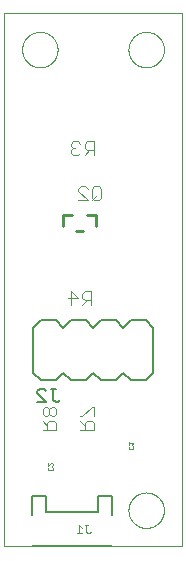
<source format=gbo>
G75*
%MOIN*%
%OFA0B0*%
%FSLAX25Y25*%
%IPPOS*%
%LPD*%
%AMOC8*
5,1,8,0,0,1.08239X$1,22.5*
%
%ADD10C,0.00000*%
%ADD11C,0.00100*%
%ADD12C,0.00800*%
%ADD13C,0.00200*%
%ADD14C,0.00600*%
%ADD15C,0.00500*%
%ADD16C,0.01000*%
%ADD17C,0.00400*%
D10*
X0001800Y0010051D02*
X0001800Y0187591D01*
X0060855Y0187591D01*
X0060855Y0010051D01*
X0001800Y0010051D01*
X0043138Y0021862D02*
X0043140Y0022015D01*
X0043146Y0022169D01*
X0043156Y0022322D01*
X0043170Y0022474D01*
X0043188Y0022627D01*
X0043210Y0022778D01*
X0043235Y0022929D01*
X0043265Y0023080D01*
X0043299Y0023230D01*
X0043336Y0023378D01*
X0043377Y0023526D01*
X0043422Y0023672D01*
X0043471Y0023818D01*
X0043524Y0023962D01*
X0043580Y0024104D01*
X0043640Y0024245D01*
X0043704Y0024385D01*
X0043771Y0024523D01*
X0043842Y0024659D01*
X0043917Y0024793D01*
X0043994Y0024925D01*
X0044076Y0025055D01*
X0044160Y0025183D01*
X0044248Y0025309D01*
X0044339Y0025432D01*
X0044433Y0025553D01*
X0044531Y0025671D01*
X0044631Y0025787D01*
X0044735Y0025900D01*
X0044841Y0026011D01*
X0044950Y0026119D01*
X0045062Y0026224D01*
X0045176Y0026325D01*
X0045294Y0026424D01*
X0045413Y0026520D01*
X0045535Y0026613D01*
X0045660Y0026702D01*
X0045787Y0026789D01*
X0045916Y0026871D01*
X0046047Y0026951D01*
X0046180Y0027027D01*
X0046315Y0027100D01*
X0046452Y0027169D01*
X0046591Y0027234D01*
X0046731Y0027296D01*
X0046873Y0027354D01*
X0047016Y0027409D01*
X0047161Y0027460D01*
X0047307Y0027507D01*
X0047454Y0027550D01*
X0047602Y0027589D01*
X0047751Y0027625D01*
X0047901Y0027656D01*
X0048052Y0027684D01*
X0048203Y0027708D01*
X0048356Y0027728D01*
X0048508Y0027744D01*
X0048661Y0027756D01*
X0048814Y0027764D01*
X0048967Y0027768D01*
X0049121Y0027768D01*
X0049274Y0027764D01*
X0049427Y0027756D01*
X0049580Y0027744D01*
X0049732Y0027728D01*
X0049885Y0027708D01*
X0050036Y0027684D01*
X0050187Y0027656D01*
X0050337Y0027625D01*
X0050486Y0027589D01*
X0050634Y0027550D01*
X0050781Y0027507D01*
X0050927Y0027460D01*
X0051072Y0027409D01*
X0051215Y0027354D01*
X0051357Y0027296D01*
X0051497Y0027234D01*
X0051636Y0027169D01*
X0051773Y0027100D01*
X0051908Y0027027D01*
X0052041Y0026951D01*
X0052172Y0026871D01*
X0052301Y0026789D01*
X0052428Y0026702D01*
X0052553Y0026613D01*
X0052675Y0026520D01*
X0052794Y0026424D01*
X0052912Y0026325D01*
X0053026Y0026224D01*
X0053138Y0026119D01*
X0053247Y0026011D01*
X0053353Y0025900D01*
X0053457Y0025787D01*
X0053557Y0025671D01*
X0053655Y0025553D01*
X0053749Y0025432D01*
X0053840Y0025309D01*
X0053928Y0025183D01*
X0054012Y0025055D01*
X0054094Y0024925D01*
X0054171Y0024793D01*
X0054246Y0024659D01*
X0054317Y0024523D01*
X0054384Y0024385D01*
X0054448Y0024245D01*
X0054508Y0024104D01*
X0054564Y0023962D01*
X0054617Y0023818D01*
X0054666Y0023672D01*
X0054711Y0023526D01*
X0054752Y0023378D01*
X0054789Y0023230D01*
X0054823Y0023080D01*
X0054853Y0022929D01*
X0054878Y0022778D01*
X0054900Y0022627D01*
X0054918Y0022474D01*
X0054932Y0022322D01*
X0054942Y0022169D01*
X0054948Y0022015D01*
X0054950Y0021862D01*
X0054948Y0021709D01*
X0054942Y0021555D01*
X0054932Y0021402D01*
X0054918Y0021250D01*
X0054900Y0021097D01*
X0054878Y0020946D01*
X0054853Y0020795D01*
X0054823Y0020644D01*
X0054789Y0020494D01*
X0054752Y0020346D01*
X0054711Y0020198D01*
X0054666Y0020052D01*
X0054617Y0019906D01*
X0054564Y0019762D01*
X0054508Y0019620D01*
X0054448Y0019479D01*
X0054384Y0019339D01*
X0054317Y0019201D01*
X0054246Y0019065D01*
X0054171Y0018931D01*
X0054094Y0018799D01*
X0054012Y0018669D01*
X0053928Y0018541D01*
X0053840Y0018415D01*
X0053749Y0018292D01*
X0053655Y0018171D01*
X0053557Y0018053D01*
X0053457Y0017937D01*
X0053353Y0017824D01*
X0053247Y0017713D01*
X0053138Y0017605D01*
X0053026Y0017500D01*
X0052912Y0017399D01*
X0052794Y0017300D01*
X0052675Y0017204D01*
X0052553Y0017111D01*
X0052428Y0017022D01*
X0052301Y0016935D01*
X0052172Y0016853D01*
X0052041Y0016773D01*
X0051908Y0016697D01*
X0051773Y0016624D01*
X0051636Y0016555D01*
X0051497Y0016490D01*
X0051357Y0016428D01*
X0051215Y0016370D01*
X0051072Y0016315D01*
X0050927Y0016264D01*
X0050781Y0016217D01*
X0050634Y0016174D01*
X0050486Y0016135D01*
X0050337Y0016099D01*
X0050187Y0016068D01*
X0050036Y0016040D01*
X0049885Y0016016D01*
X0049732Y0015996D01*
X0049580Y0015980D01*
X0049427Y0015968D01*
X0049274Y0015960D01*
X0049121Y0015956D01*
X0048967Y0015956D01*
X0048814Y0015960D01*
X0048661Y0015968D01*
X0048508Y0015980D01*
X0048356Y0015996D01*
X0048203Y0016016D01*
X0048052Y0016040D01*
X0047901Y0016068D01*
X0047751Y0016099D01*
X0047602Y0016135D01*
X0047454Y0016174D01*
X0047307Y0016217D01*
X0047161Y0016264D01*
X0047016Y0016315D01*
X0046873Y0016370D01*
X0046731Y0016428D01*
X0046591Y0016490D01*
X0046452Y0016555D01*
X0046315Y0016624D01*
X0046180Y0016697D01*
X0046047Y0016773D01*
X0045916Y0016853D01*
X0045787Y0016935D01*
X0045660Y0017022D01*
X0045535Y0017111D01*
X0045413Y0017204D01*
X0045294Y0017300D01*
X0045176Y0017399D01*
X0045062Y0017500D01*
X0044950Y0017605D01*
X0044841Y0017713D01*
X0044735Y0017824D01*
X0044631Y0017937D01*
X0044531Y0018053D01*
X0044433Y0018171D01*
X0044339Y0018292D01*
X0044248Y0018415D01*
X0044160Y0018541D01*
X0044076Y0018669D01*
X0043994Y0018799D01*
X0043917Y0018931D01*
X0043842Y0019065D01*
X0043771Y0019201D01*
X0043704Y0019339D01*
X0043640Y0019479D01*
X0043580Y0019620D01*
X0043524Y0019762D01*
X0043471Y0019906D01*
X0043422Y0020052D01*
X0043377Y0020198D01*
X0043336Y0020346D01*
X0043299Y0020494D01*
X0043265Y0020644D01*
X0043235Y0020795D01*
X0043210Y0020946D01*
X0043188Y0021097D01*
X0043170Y0021250D01*
X0043156Y0021402D01*
X0043146Y0021555D01*
X0043140Y0021709D01*
X0043138Y0021862D01*
X0043138Y0175406D02*
X0043140Y0175559D01*
X0043146Y0175713D01*
X0043156Y0175866D01*
X0043170Y0176018D01*
X0043188Y0176171D01*
X0043210Y0176322D01*
X0043235Y0176473D01*
X0043265Y0176624D01*
X0043299Y0176774D01*
X0043336Y0176922D01*
X0043377Y0177070D01*
X0043422Y0177216D01*
X0043471Y0177362D01*
X0043524Y0177506D01*
X0043580Y0177648D01*
X0043640Y0177789D01*
X0043704Y0177929D01*
X0043771Y0178067D01*
X0043842Y0178203D01*
X0043917Y0178337D01*
X0043994Y0178469D01*
X0044076Y0178599D01*
X0044160Y0178727D01*
X0044248Y0178853D01*
X0044339Y0178976D01*
X0044433Y0179097D01*
X0044531Y0179215D01*
X0044631Y0179331D01*
X0044735Y0179444D01*
X0044841Y0179555D01*
X0044950Y0179663D01*
X0045062Y0179768D01*
X0045176Y0179869D01*
X0045294Y0179968D01*
X0045413Y0180064D01*
X0045535Y0180157D01*
X0045660Y0180246D01*
X0045787Y0180333D01*
X0045916Y0180415D01*
X0046047Y0180495D01*
X0046180Y0180571D01*
X0046315Y0180644D01*
X0046452Y0180713D01*
X0046591Y0180778D01*
X0046731Y0180840D01*
X0046873Y0180898D01*
X0047016Y0180953D01*
X0047161Y0181004D01*
X0047307Y0181051D01*
X0047454Y0181094D01*
X0047602Y0181133D01*
X0047751Y0181169D01*
X0047901Y0181200D01*
X0048052Y0181228D01*
X0048203Y0181252D01*
X0048356Y0181272D01*
X0048508Y0181288D01*
X0048661Y0181300D01*
X0048814Y0181308D01*
X0048967Y0181312D01*
X0049121Y0181312D01*
X0049274Y0181308D01*
X0049427Y0181300D01*
X0049580Y0181288D01*
X0049732Y0181272D01*
X0049885Y0181252D01*
X0050036Y0181228D01*
X0050187Y0181200D01*
X0050337Y0181169D01*
X0050486Y0181133D01*
X0050634Y0181094D01*
X0050781Y0181051D01*
X0050927Y0181004D01*
X0051072Y0180953D01*
X0051215Y0180898D01*
X0051357Y0180840D01*
X0051497Y0180778D01*
X0051636Y0180713D01*
X0051773Y0180644D01*
X0051908Y0180571D01*
X0052041Y0180495D01*
X0052172Y0180415D01*
X0052301Y0180333D01*
X0052428Y0180246D01*
X0052553Y0180157D01*
X0052675Y0180064D01*
X0052794Y0179968D01*
X0052912Y0179869D01*
X0053026Y0179768D01*
X0053138Y0179663D01*
X0053247Y0179555D01*
X0053353Y0179444D01*
X0053457Y0179331D01*
X0053557Y0179215D01*
X0053655Y0179097D01*
X0053749Y0178976D01*
X0053840Y0178853D01*
X0053928Y0178727D01*
X0054012Y0178599D01*
X0054094Y0178469D01*
X0054171Y0178337D01*
X0054246Y0178203D01*
X0054317Y0178067D01*
X0054384Y0177929D01*
X0054448Y0177789D01*
X0054508Y0177648D01*
X0054564Y0177506D01*
X0054617Y0177362D01*
X0054666Y0177216D01*
X0054711Y0177070D01*
X0054752Y0176922D01*
X0054789Y0176774D01*
X0054823Y0176624D01*
X0054853Y0176473D01*
X0054878Y0176322D01*
X0054900Y0176171D01*
X0054918Y0176018D01*
X0054932Y0175866D01*
X0054942Y0175713D01*
X0054948Y0175559D01*
X0054950Y0175406D01*
X0054948Y0175253D01*
X0054942Y0175099D01*
X0054932Y0174946D01*
X0054918Y0174794D01*
X0054900Y0174641D01*
X0054878Y0174490D01*
X0054853Y0174339D01*
X0054823Y0174188D01*
X0054789Y0174038D01*
X0054752Y0173890D01*
X0054711Y0173742D01*
X0054666Y0173596D01*
X0054617Y0173450D01*
X0054564Y0173306D01*
X0054508Y0173164D01*
X0054448Y0173023D01*
X0054384Y0172883D01*
X0054317Y0172745D01*
X0054246Y0172609D01*
X0054171Y0172475D01*
X0054094Y0172343D01*
X0054012Y0172213D01*
X0053928Y0172085D01*
X0053840Y0171959D01*
X0053749Y0171836D01*
X0053655Y0171715D01*
X0053557Y0171597D01*
X0053457Y0171481D01*
X0053353Y0171368D01*
X0053247Y0171257D01*
X0053138Y0171149D01*
X0053026Y0171044D01*
X0052912Y0170943D01*
X0052794Y0170844D01*
X0052675Y0170748D01*
X0052553Y0170655D01*
X0052428Y0170566D01*
X0052301Y0170479D01*
X0052172Y0170397D01*
X0052041Y0170317D01*
X0051908Y0170241D01*
X0051773Y0170168D01*
X0051636Y0170099D01*
X0051497Y0170034D01*
X0051357Y0169972D01*
X0051215Y0169914D01*
X0051072Y0169859D01*
X0050927Y0169808D01*
X0050781Y0169761D01*
X0050634Y0169718D01*
X0050486Y0169679D01*
X0050337Y0169643D01*
X0050187Y0169612D01*
X0050036Y0169584D01*
X0049885Y0169560D01*
X0049732Y0169540D01*
X0049580Y0169524D01*
X0049427Y0169512D01*
X0049274Y0169504D01*
X0049121Y0169500D01*
X0048967Y0169500D01*
X0048814Y0169504D01*
X0048661Y0169512D01*
X0048508Y0169524D01*
X0048356Y0169540D01*
X0048203Y0169560D01*
X0048052Y0169584D01*
X0047901Y0169612D01*
X0047751Y0169643D01*
X0047602Y0169679D01*
X0047454Y0169718D01*
X0047307Y0169761D01*
X0047161Y0169808D01*
X0047016Y0169859D01*
X0046873Y0169914D01*
X0046731Y0169972D01*
X0046591Y0170034D01*
X0046452Y0170099D01*
X0046315Y0170168D01*
X0046180Y0170241D01*
X0046047Y0170317D01*
X0045916Y0170397D01*
X0045787Y0170479D01*
X0045660Y0170566D01*
X0045535Y0170655D01*
X0045413Y0170748D01*
X0045294Y0170844D01*
X0045176Y0170943D01*
X0045062Y0171044D01*
X0044950Y0171149D01*
X0044841Y0171257D01*
X0044735Y0171368D01*
X0044631Y0171481D01*
X0044531Y0171597D01*
X0044433Y0171715D01*
X0044339Y0171836D01*
X0044248Y0171959D01*
X0044160Y0172085D01*
X0044076Y0172213D01*
X0043994Y0172343D01*
X0043917Y0172475D01*
X0043842Y0172609D01*
X0043771Y0172745D01*
X0043704Y0172883D01*
X0043640Y0173023D01*
X0043580Y0173164D01*
X0043524Y0173306D01*
X0043471Y0173450D01*
X0043422Y0173596D01*
X0043377Y0173742D01*
X0043336Y0173890D01*
X0043299Y0174038D01*
X0043265Y0174188D01*
X0043235Y0174339D01*
X0043210Y0174490D01*
X0043188Y0174641D01*
X0043170Y0174794D01*
X0043156Y0174946D01*
X0043146Y0175099D01*
X0043140Y0175253D01*
X0043138Y0175406D01*
X0007705Y0175406D02*
X0007707Y0175559D01*
X0007713Y0175713D01*
X0007723Y0175866D01*
X0007737Y0176018D01*
X0007755Y0176171D01*
X0007777Y0176322D01*
X0007802Y0176473D01*
X0007832Y0176624D01*
X0007866Y0176774D01*
X0007903Y0176922D01*
X0007944Y0177070D01*
X0007989Y0177216D01*
X0008038Y0177362D01*
X0008091Y0177506D01*
X0008147Y0177648D01*
X0008207Y0177789D01*
X0008271Y0177929D01*
X0008338Y0178067D01*
X0008409Y0178203D01*
X0008484Y0178337D01*
X0008561Y0178469D01*
X0008643Y0178599D01*
X0008727Y0178727D01*
X0008815Y0178853D01*
X0008906Y0178976D01*
X0009000Y0179097D01*
X0009098Y0179215D01*
X0009198Y0179331D01*
X0009302Y0179444D01*
X0009408Y0179555D01*
X0009517Y0179663D01*
X0009629Y0179768D01*
X0009743Y0179869D01*
X0009861Y0179968D01*
X0009980Y0180064D01*
X0010102Y0180157D01*
X0010227Y0180246D01*
X0010354Y0180333D01*
X0010483Y0180415D01*
X0010614Y0180495D01*
X0010747Y0180571D01*
X0010882Y0180644D01*
X0011019Y0180713D01*
X0011158Y0180778D01*
X0011298Y0180840D01*
X0011440Y0180898D01*
X0011583Y0180953D01*
X0011728Y0181004D01*
X0011874Y0181051D01*
X0012021Y0181094D01*
X0012169Y0181133D01*
X0012318Y0181169D01*
X0012468Y0181200D01*
X0012619Y0181228D01*
X0012770Y0181252D01*
X0012923Y0181272D01*
X0013075Y0181288D01*
X0013228Y0181300D01*
X0013381Y0181308D01*
X0013534Y0181312D01*
X0013688Y0181312D01*
X0013841Y0181308D01*
X0013994Y0181300D01*
X0014147Y0181288D01*
X0014299Y0181272D01*
X0014452Y0181252D01*
X0014603Y0181228D01*
X0014754Y0181200D01*
X0014904Y0181169D01*
X0015053Y0181133D01*
X0015201Y0181094D01*
X0015348Y0181051D01*
X0015494Y0181004D01*
X0015639Y0180953D01*
X0015782Y0180898D01*
X0015924Y0180840D01*
X0016064Y0180778D01*
X0016203Y0180713D01*
X0016340Y0180644D01*
X0016475Y0180571D01*
X0016608Y0180495D01*
X0016739Y0180415D01*
X0016868Y0180333D01*
X0016995Y0180246D01*
X0017120Y0180157D01*
X0017242Y0180064D01*
X0017361Y0179968D01*
X0017479Y0179869D01*
X0017593Y0179768D01*
X0017705Y0179663D01*
X0017814Y0179555D01*
X0017920Y0179444D01*
X0018024Y0179331D01*
X0018124Y0179215D01*
X0018222Y0179097D01*
X0018316Y0178976D01*
X0018407Y0178853D01*
X0018495Y0178727D01*
X0018579Y0178599D01*
X0018661Y0178469D01*
X0018738Y0178337D01*
X0018813Y0178203D01*
X0018884Y0178067D01*
X0018951Y0177929D01*
X0019015Y0177789D01*
X0019075Y0177648D01*
X0019131Y0177506D01*
X0019184Y0177362D01*
X0019233Y0177216D01*
X0019278Y0177070D01*
X0019319Y0176922D01*
X0019356Y0176774D01*
X0019390Y0176624D01*
X0019420Y0176473D01*
X0019445Y0176322D01*
X0019467Y0176171D01*
X0019485Y0176018D01*
X0019499Y0175866D01*
X0019509Y0175713D01*
X0019515Y0175559D01*
X0019517Y0175406D01*
X0019515Y0175253D01*
X0019509Y0175099D01*
X0019499Y0174946D01*
X0019485Y0174794D01*
X0019467Y0174641D01*
X0019445Y0174490D01*
X0019420Y0174339D01*
X0019390Y0174188D01*
X0019356Y0174038D01*
X0019319Y0173890D01*
X0019278Y0173742D01*
X0019233Y0173596D01*
X0019184Y0173450D01*
X0019131Y0173306D01*
X0019075Y0173164D01*
X0019015Y0173023D01*
X0018951Y0172883D01*
X0018884Y0172745D01*
X0018813Y0172609D01*
X0018738Y0172475D01*
X0018661Y0172343D01*
X0018579Y0172213D01*
X0018495Y0172085D01*
X0018407Y0171959D01*
X0018316Y0171836D01*
X0018222Y0171715D01*
X0018124Y0171597D01*
X0018024Y0171481D01*
X0017920Y0171368D01*
X0017814Y0171257D01*
X0017705Y0171149D01*
X0017593Y0171044D01*
X0017479Y0170943D01*
X0017361Y0170844D01*
X0017242Y0170748D01*
X0017120Y0170655D01*
X0016995Y0170566D01*
X0016868Y0170479D01*
X0016739Y0170397D01*
X0016608Y0170317D01*
X0016475Y0170241D01*
X0016340Y0170168D01*
X0016203Y0170099D01*
X0016064Y0170034D01*
X0015924Y0169972D01*
X0015782Y0169914D01*
X0015639Y0169859D01*
X0015494Y0169808D01*
X0015348Y0169761D01*
X0015201Y0169718D01*
X0015053Y0169679D01*
X0014904Y0169643D01*
X0014754Y0169612D01*
X0014603Y0169584D01*
X0014452Y0169560D01*
X0014299Y0169540D01*
X0014147Y0169524D01*
X0013994Y0169512D01*
X0013841Y0169504D01*
X0013688Y0169500D01*
X0013534Y0169500D01*
X0013381Y0169504D01*
X0013228Y0169512D01*
X0013075Y0169524D01*
X0012923Y0169540D01*
X0012770Y0169560D01*
X0012619Y0169584D01*
X0012468Y0169612D01*
X0012318Y0169643D01*
X0012169Y0169679D01*
X0012021Y0169718D01*
X0011874Y0169761D01*
X0011728Y0169808D01*
X0011583Y0169859D01*
X0011440Y0169914D01*
X0011298Y0169972D01*
X0011158Y0170034D01*
X0011019Y0170099D01*
X0010882Y0170168D01*
X0010747Y0170241D01*
X0010614Y0170317D01*
X0010483Y0170397D01*
X0010354Y0170479D01*
X0010227Y0170566D01*
X0010102Y0170655D01*
X0009980Y0170748D01*
X0009861Y0170844D01*
X0009743Y0170943D01*
X0009629Y0171044D01*
X0009517Y0171149D01*
X0009408Y0171257D01*
X0009302Y0171368D01*
X0009198Y0171481D01*
X0009098Y0171597D01*
X0009000Y0171715D01*
X0008906Y0171836D01*
X0008815Y0171959D01*
X0008727Y0172085D01*
X0008643Y0172213D01*
X0008561Y0172343D01*
X0008484Y0172475D01*
X0008409Y0172609D01*
X0008338Y0172745D01*
X0008271Y0172883D01*
X0008207Y0173023D01*
X0008147Y0173164D01*
X0008091Y0173306D01*
X0008038Y0173450D01*
X0007989Y0173596D01*
X0007944Y0173742D01*
X0007903Y0173890D01*
X0007866Y0174038D01*
X0007832Y0174188D01*
X0007802Y0174339D01*
X0007777Y0174490D01*
X0007755Y0174641D01*
X0007737Y0174794D01*
X0007723Y0174946D01*
X0007713Y0175099D01*
X0007707Y0175253D01*
X0007705Y0175406D01*
D11*
X0043250Y0044629D02*
X0043250Y0043628D01*
X0043250Y0044128D02*
X0044751Y0044128D01*
X0044251Y0043628D01*
X0044501Y0043156D02*
X0044751Y0042905D01*
X0044751Y0042405D01*
X0044501Y0042155D01*
X0043500Y0042155D01*
X0043250Y0042405D01*
X0043250Y0042905D01*
X0043500Y0043156D01*
X0017851Y0037325D02*
X0017851Y0036825D01*
X0017601Y0036574D01*
X0017601Y0036102D02*
X0017851Y0035852D01*
X0017851Y0035351D01*
X0017601Y0035101D01*
X0016600Y0035101D01*
X0016350Y0035351D01*
X0016350Y0035852D01*
X0016600Y0036102D01*
X0016350Y0036574D02*
X0017351Y0037575D01*
X0017601Y0037575D01*
X0017851Y0037325D01*
X0016350Y0037575D02*
X0016350Y0036574D01*
D12*
X0015639Y0026720D02*
X0015639Y0021209D01*
X0032961Y0021209D01*
X0032961Y0026720D01*
X0037686Y0026720D01*
X0037686Y0020421D01*
X0037686Y0009791D02*
X0010914Y0009791D01*
X0010914Y0020421D02*
X0010914Y0026720D01*
X0015639Y0026720D01*
D13*
X0025869Y0014222D02*
X0027737Y0014222D01*
X0027737Y0016090D02*
X0026803Y0017024D01*
X0026803Y0014222D01*
X0028631Y0017024D02*
X0029565Y0017024D01*
X0029098Y0017024D02*
X0029098Y0014689D01*
X0029565Y0014222D01*
X0030032Y0014222D01*
X0030499Y0014689D01*
D14*
X0028906Y0065169D02*
X0023906Y0065169D01*
X0021406Y0067669D01*
X0018906Y0065169D01*
X0013906Y0065169D01*
X0011406Y0067669D01*
X0011406Y0082669D01*
X0013906Y0085169D01*
X0018906Y0085169D01*
X0021406Y0082669D01*
X0023906Y0085169D01*
X0028906Y0085169D01*
X0031406Y0082669D01*
X0033906Y0085169D01*
X0038906Y0085169D01*
X0041406Y0082669D01*
X0043906Y0085169D01*
X0048906Y0085169D01*
X0051406Y0082669D01*
X0051406Y0067669D01*
X0048906Y0065169D01*
X0043906Y0065169D01*
X0041406Y0067669D01*
X0038906Y0065169D01*
X0033906Y0065169D01*
X0031406Y0067669D01*
X0028906Y0065169D01*
D15*
X0020364Y0058670D02*
X0019614Y0057919D01*
X0018863Y0057919D01*
X0018112Y0058670D01*
X0018112Y0062423D01*
X0017362Y0062423D02*
X0018863Y0062423D01*
X0015760Y0061672D02*
X0015010Y0062423D01*
X0013508Y0062423D01*
X0012758Y0061672D01*
X0012758Y0060922D01*
X0015760Y0057919D01*
X0012758Y0057919D01*
D16*
X0025600Y0114951D02*
X0028000Y0114951D01*
X0029400Y0120151D02*
X0032400Y0120151D01*
X0032400Y0116551D01*
X0024200Y0120151D02*
X0021200Y0120151D01*
X0021200Y0116551D01*
D17*
X0026427Y0125251D02*
X0029496Y0125251D01*
X0026427Y0128320D01*
X0026427Y0129088D01*
X0027194Y0129855D01*
X0028729Y0129855D01*
X0029496Y0129088D01*
X0031031Y0129088D02*
X0031031Y0126018D01*
X0031798Y0125251D01*
X0033333Y0125251D01*
X0034100Y0126018D01*
X0034100Y0129088D01*
X0033333Y0129855D01*
X0031798Y0129855D01*
X0031031Y0129088D01*
X0032565Y0126786D02*
X0031031Y0125251D01*
X0031600Y0140251D02*
X0031600Y0144855D01*
X0029298Y0144855D01*
X0028531Y0144088D01*
X0028531Y0142553D01*
X0029298Y0141786D01*
X0031600Y0141786D01*
X0030065Y0141786D02*
X0028531Y0140251D01*
X0026996Y0141018D02*
X0026229Y0140251D01*
X0024694Y0140251D01*
X0023927Y0141018D01*
X0023927Y0141786D01*
X0024694Y0142553D01*
X0025461Y0142553D01*
X0024694Y0142553D02*
X0023927Y0143320D01*
X0023927Y0144088D01*
X0024694Y0144855D01*
X0026229Y0144855D01*
X0026996Y0144088D01*
X0028506Y0094855D02*
X0027739Y0094088D01*
X0027739Y0092553D01*
X0028506Y0091786D01*
X0030808Y0091786D01*
X0030808Y0090251D02*
X0030808Y0094855D01*
X0028506Y0094855D01*
X0029273Y0091786D02*
X0027739Y0090251D01*
X0026204Y0092553D02*
X0023135Y0092553D01*
X0023902Y0090251D02*
X0023902Y0094855D01*
X0026204Y0092553D01*
X0030837Y0056217D02*
X0027767Y0053147D01*
X0027000Y0053147D01*
X0027000Y0051613D02*
X0028535Y0050078D01*
X0028535Y0050845D02*
X0028535Y0048543D01*
X0028535Y0050845D02*
X0029302Y0051613D01*
X0030837Y0051613D01*
X0031604Y0050845D01*
X0031604Y0048543D01*
X0027000Y0048543D01*
X0030837Y0056217D02*
X0031604Y0056217D01*
X0031604Y0053147D01*
X0019104Y0053915D02*
X0019104Y0055449D01*
X0018337Y0056217D01*
X0017569Y0056217D01*
X0016802Y0055449D01*
X0016802Y0053915D01*
X0017569Y0053147D01*
X0018337Y0053147D01*
X0019104Y0053915D01*
X0018337Y0051613D02*
X0016802Y0051613D01*
X0016035Y0050845D01*
X0016035Y0048543D01*
X0016035Y0050078D02*
X0014500Y0051613D01*
X0015267Y0053147D02*
X0014500Y0053915D01*
X0014500Y0055449D01*
X0015267Y0056217D01*
X0016035Y0056217D01*
X0016802Y0055449D01*
X0016802Y0053915D02*
X0016035Y0053147D01*
X0015267Y0053147D01*
X0014500Y0048543D02*
X0019104Y0048543D01*
X0019104Y0050845D01*
X0018337Y0051613D01*
M02*

</source>
